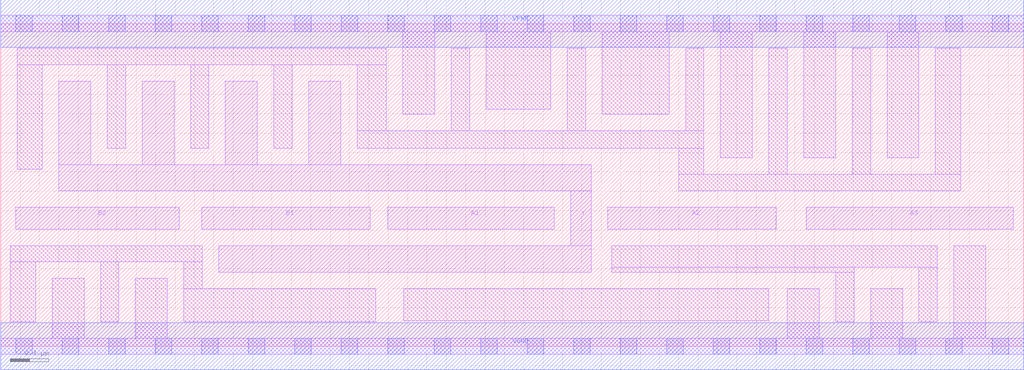
<source format=lef>
# Copyright 2020 The SkyWater PDK Authors
#
# Licensed under the Apache License, Version 2.0 (the "License");
# you may not use this file except in compliance with the License.
# You may obtain a copy of the License at
#
#     https://www.apache.org/licenses/LICENSE-2.0
#
# Unless required by applicable law or agreed to in writing, software
# distributed under the License is distributed on an "AS IS" BASIS,
# WITHOUT WARRANTIES OR CONDITIONS OF ANY KIND, either express or implied.
# See the License for the specific language governing permissions and
# limitations under the License.
#
# SPDX-License-Identifier: Apache-2.0

VERSION 5.7 ;
  NOWIREEXTENSIONATPIN ON ;
  DIVIDERCHAR "/" ;
  BUSBITCHARS "[]" ;
UNITS
  DATABASE MICRONS 200 ;
END UNITS
MACRO sky130_fd_sc_lp__a32oi_4
  CLASS CORE ;
  FOREIGN sky130_fd_sc_lp__a32oi_4 ;
  ORIGIN  0.000000  0.000000 ;
  SIZE  10.56000 BY  3.330000 ;
  SYMMETRY X Y R90 ;
  SITE unit ;
  PIN A1
    ANTENNAGATEAREA  1.260000 ;
    DIRECTION INPUT ;
    USE SIGNAL ;
    PORT
      LAYER li1 ;
        RECT 3.995000 1.210000 5.715000 1.435000 ;
    END
  END A1
  PIN A2
    ANTENNAGATEAREA  1.260000 ;
    DIRECTION INPUT ;
    USE SIGNAL ;
    PORT
      LAYER li1 ;
        RECT 6.265000 1.210000 8.005000 1.435000 ;
    END
  END A2
  PIN A3
    ANTENNAGATEAREA  1.260000 ;
    DIRECTION INPUT ;
    USE SIGNAL ;
    PORT
      LAYER li1 ;
        RECT 8.315000 1.210000 10.455000 1.435000 ;
    END
  END A3
  PIN B1
    ANTENNAGATEAREA  1.260000 ;
    DIRECTION INPUT ;
    USE SIGNAL ;
    PORT
      LAYER li1 ;
        RECT 2.075000 1.210000 3.815000 1.435000 ;
    END
  END B1
  PIN B2
    ANTENNAGATEAREA  1.260000 ;
    DIRECTION INPUT ;
    USE SIGNAL ;
    PORT
      LAYER li1 ;
        RECT 0.155000 1.210000 1.845000 1.435000 ;
    END
  END B2
  PIN Y
    ANTENNADIFFAREA  2.352000 ;
    DIRECTION OUTPUT ;
    USE SIGNAL ;
    PORT
      LAYER li1 ;
        RECT 0.600000 1.605000 6.095000 1.875000 ;
        RECT 0.600000 1.875000 0.930000 2.735000 ;
        RECT 1.460000 1.875000 1.790000 2.735000 ;
        RECT 2.250000 0.765000 6.095000 1.040000 ;
        RECT 2.320000 1.875000 2.650000 2.735000 ;
        RECT 3.180000 1.875000 3.510000 2.735000 ;
        RECT 5.885000 1.040000 6.095000 1.605000 ;
    END
  END Y
  PIN VGND
    DIRECTION INOUT ;
    USE GROUND ;
    PORT
      LAYER met1 ;
        RECT 0.000000 -0.245000 10.560000 0.245000 ;
    END
  END VGND
  PIN VPWR
    DIRECTION INOUT ;
    USE POWER ;
    PORT
      LAYER met1 ;
        RECT 0.000000 3.085000 10.560000 3.575000 ;
    END
  END VPWR
  OBS
    LAYER li1 ;
      RECT 0.000000 -0.085000 10.560000 0.085000 ;
      RECT 0.000000  3.245000 10.560000 3.415000 ;
      RECT 0.100000  0.255000  0.360000 0.870000 ;
      RECT 0.100000  0.870000  2.080000 1.040000 ;
      RECT 0.170000  1.825000  0.430000 2.905000 ;
      RECT 0.170000  2.905000  3.980000 3.075000 ;
      RECT 0.530000  0.085000  0.860000 0.700000 ;
      RECT 1.030000  0.255000  1.220000 0.870000 ;
      RECT 1.100000  2.045000  1.290000 2.905000 ;
      RECT 1.390000  0.085000  1.720000 0.700000 ;
      RECT 1.890000  0.255000  3.870000 0.595000 ;
      RECT 1.890000  0.595000  2.080000 0.870000 ;
      RECT 1.960000  2.045000  2.150000 2.905000 ;
      RECT 2.820000  2.045000  3.010000 2.905000 ;
      RECT 3.680000  2.045000  7.260000 2.225000 ;
      RECT 3.680000  2.225000  3.980000 2.905000 ;
      RECT 4.150000  2.395000  4.480000 3.245000 ;
      RECT 4.160000  0.265000  7.930000 0.595000 ;
      RECT 4.650000  2.225000  4.840000 3.075000 ;
      RECT 5.010000  2.445000  5.680000 3.245000 ;
      RECT 5.850000  2.225000  6.040000 3.075000 ;
      RECT 6.210000  2.395000  6.900000 3.245000 ;
      RECT 6.310000  0.765000  8.810000 0.815000 ;
      RECT 6.310000  0.815000  9.670000 1.040000 ;
      RECT 7.000000  1.605000  9.910000 1.775000 ;
      RECT 7.000000  1.775000  7.260000 2.045000 ;
      RECT 7.070000  2.225000  7.260000 3.075000 ;
      RECT 7.430000  1.945000  7.760000 3.245000 ;
      RECT 7.930000  1.775000  8.120000 3.075000 ;
      RECT 8.120000  0.085000  8.450000 0.595000 ;
      RECT 8.290000  1.945000  8.620000 3.245000 ;
      RECT 8.620000  0.255000  8.810000 0.765000 ;
      RECT 8.790000  1.775000  8.980000 3.075000 ;
      RECT 8.980000  0.085000  9.310000 0.595000 ;
      RECT 9.150000  1.945000  9.480000 3.245000 ;
      RECT 9.480000  0.255000  9.670000 0.815000 ;
      RECT 9.650000  1.775000  9.910000 3.075000 ;
      RECT 9.840000  0.085000 10.170000 1.040000 ;
    LAYER mcon ;
      RECT  0.155000 -0.085000  0.325000 0.085000 ;
      RECT  0.155000  3.245000  0.325000 3.415000 ;
      RECT  0.635000 -0.085000  0.805000 0.085000 ;
      RECT  0.635000  3.245000  0.805000 3.415000 ;
      RECT  1.115000 -0.085000  1.285000 0.085000 ;
      RECT  1.115000  3.245000  1.285000 3.415000 ;
      RECT  1.595000 -0.085000  1.765000 0.085000 ;
      RECT  1.595000  3.245000  1.765000 3.415000 ;
      RECT  2.075000 -0.085000  2.245000 0.085000 ;
      RECT  2.075000  3.245000  2.245000 3.415000 ;
      RECT  2.555000 -0.085000  2.725000 0.085000 ;
      RECT  2.555000  3.245000  2.725000 3.415000 ;
      RECT  3.035000 -0.085000  3.205000 0.085000 ;
      RECT  3.035000  3.245000  3.205000 3.415000 ;
      RECT  3.515000 -0.085000  3.685000 0.085000 ;
      RECT  3.515000  3.245000  3.685000 3.415000 ;
      RECT  3.995000 -0.085000  4.165000 0.085000 ;
      RECT  3.995000  3.245000  4.165000 3.415000 ;
      RECT  4.475000 -0.085000  4.645000 0.085000 ;
      RECT  4.475000  3.245000  4.645000 3.415000 ;
      RECT  4.955000 -0.085000  5.125000 0.085000 ;
      RECT  4.955000  3.245000  5.125000 3.415000 ;
      RECT  5.435000 -0.085000  5.605000 0.085000 ;
      RECT  5.435000  3.245000  5.605000 3.415000 ;
      RECT  5.915000 -0.085000  6.085000 0.085000 ;
      RECT  5.915000  3.245000  6.085000 3.415000 ;
      RECT  6.395000 -0.085000  6.565000 0.085000 ;
      RECT  6.395000  3.245000  6.565000 3.415000 ;
      RECT  6.875000 -0.085000  7.045000 0.085000 ;
      RECT  6.875000  3.245000  7.045000 3.415000 ;
      RECT  7.355000 -0.085000  7.525000 0.085000 ;
      RECT  7.355000  3.245000  7.525000 3.415000 ;
      RECT  7.835000 -0.085000  8.005000 0.085000 ;
      RECT  7.835000  3.245000  8.005000 3.415000 ;
      RECT  8.315000 -0.085000  8.485000 0.085000 ;
      RECT  8.315000  3.245000  8.485000 3.415000 ;
      RECT  8.795000 -0.085000  8.965000 0.085000 ;
      RECT  8.795000  3.245000  8.965000 3.415000 ;
      RECT  9.275000 -0.085000  9.445000 0.085000 ;
      RECT  9.275000  3.245000  9.445000 3.415000 ;
      RECT  9.755000 -0.085000  9.925000 0.085000 ;
      RECT  9.755000  3.245000  9.925000 3.415000 ;
      RECT 10.235000 -0.085000 10.405000 0.085000 ;
      RECT 10.235000  3.245000 10.405000 3.415000 ;
  END
END sky130_fd_sc_lp__a32oi_4
END LIBRARY

</source>
